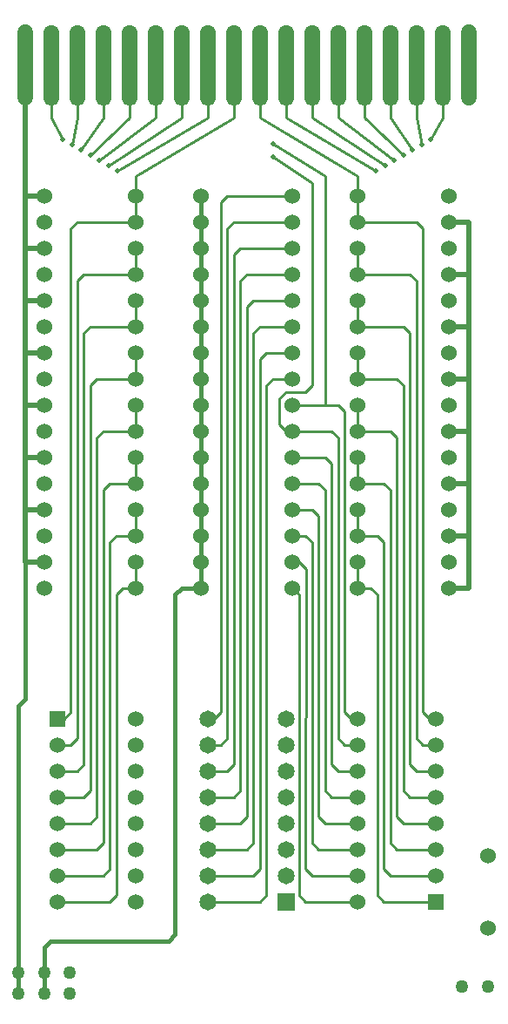
<source format=gbl>
%FSTAX24Y24*%
%MOIN*%
%IN ucard16.gbl *%
%ADD10C,0.0100*%
%ADD11C,0.0150*%
%ADD12C,0.0200*%
%ADD13C,0.0500*%
%ADD14C,0.0600*%
%ADD15C,0.0650*%
%ADD16O,0.0600X0.3100*%
%ADD17R,0.0600X0.0600*%
%ADD18R,0.0650X0.0650*%
D12*X010982Y033105D03*D14*X011732Y022605D03*X014232Y010605D03*
X011732Y031605D03*D15*X008482Y011605D03*D12*X014932Y032555D03*D16*
X011482Y036605D03*D12*X015282Y032755D03*D16*X012482Y036605D03*D12*
X015632Y032955D03*D16*X013482Y036605D03*D12*X017032Y033755D03*D16*
X017482Y036605D03*D12*X016682Y033555D03*D16*X016482Y036605D03*D12*
X016332Y033355D03*D16*X015482Y036605D03*D12*X015982Y033155D03*D16*
X014482Y036605D03*D12*X005032Y032555D03*D16*X008482Y036605D03*D12*
X004682Y032755D03*D16*X007482Y036605D03*D12*X004332Y032955D03*D16*
X006482Y036605D03*D12*X003982Y033155D03*D16*X005482Y036605D03*D12*
X003632Y033355D03*D16*X004482Y036605D03*D12*X003282Y033555D03*D16*
X003482Y036605D03*D12*X002932Y033755D03*D16*X002482Y036605D03*
X009482D03*D14*X005732Y031605D03*Y030605D03*D17*X002732Y011605D03*D14*
X017732Y017605D03*X002232Y018605D03*Y020605D03*D18*X011482Y004605D03*
D15*X008482Y010605D03*D14*X011732Y030605D03*D15*X008482Y009605D03*D14*
X011732Y029605D03*D15*X008482Y008605D03*D14*X011732Y028605D03*D15*
X008482Y007605D03*D14*X011732Y027605D03*D15*X008482Y006605D03*D14*
X011732Y026605D03*D15*X008482Y005605D03*D14*X011732Y025605D03*D15*
X011482Y005605D03*Y006605D03*Y007605D03*Y008605D03*Y009605D03*
Y010605D03*Y011605D03*D14*X002232Y016605D03*X011732Y024605D03*D15*
X008482Y004605D03*D12*X018482Y035355D03*D13*X018232Y001361D03*
X019216D03*D17*X017232Y004605D03*D14*X014232Y016605D03*Y017605D03*
Y009605D03*X011732Y021605D03*X014232Y008605D03*X011732Y020605D03*
X014232Y007605D03*X011732Y019605D03*X014232Y006605D03*
X011732Y018605D03*X014232Y005605D03*X011732Y017605D03*
X014232Y004605D03*X011732Y016605D03*X017232Y005605D03*
X014232Y018605D03*Y019605D03*X017232Y006605D03*X014232Y020605D03*
Y021605D03*X017232Y007605D03*X014232Y022605D03*Y023605D03*
X017232Y008605D03*X014232Y024605D03*Y025605D03*X017232Y011605D03*
X014232Y030605D03*Y031605D03*D16*X010482Y036605D03*D14*
X014232Y011605D03*D12*X010982Y033605D03*D14*X011732Y023605D03*
X005732Y005605D03*Y006605D03*Y007605D03*Y008605D03*Y009605D03*
Y010605D03*Y011605D03*X002732Y008605D03*X005732Y024605D03*Y025605D03*
X002732Y005605D03*X005732Y018605D03*Y019605D03*X002732Y004605D03*
X005732Y016605D03*Y017605D03*Y004605D03*X017732Y028605D03*Y026605D03*
Y022605D03*Y018605D03*Y016605D03*Y020605D03*Y024605D03*Y030605D03*
X005732Y023605D03*Y022605D03*X002732Y007605D03*X005732Y027605D03*
Y026605D03*X002732Y009605D03*X002232Y026605D03*X019232Y003599D03*
Y006355D03*X017732Y031605D03*Y019605D03*Y023605D03*X002232Y017605D03*
D13*X001232Y001893D03*Y001105D03*D12*X001482Y035355D03*D14*
X002232Y031605D03*Y029605D03*Y027605D03*Y025605D03*Y023605D03*
Y021605D03*Y019605D03*X017732Y027605D03*X014232D03*Y026605D03*
X017232Y009605D03*X002232Y022605D03*X017732Y021605D03*
X002232Y028605D03*Y024605D03*X017732Y029605D03*X014232D03*Y028605D03*
X017232Y010605D03*X017732Y025605D03*X002232Y030605D03*
X005732Y029605D03*Y028605D03*X002732Y010605D03*X005732Y021605D03*
Y020605D03*X002732Y006605D03*D13*X0032Y001893D03*Y001105D03*X002216D03*
Y001893D03*D14*X008232Y016605D03*Y017605D03*Y018605D03*Y019605D03*
Y020605D03*Y021605D03*Y022605D03*Y023605D03*Y024605D03*Y025605D03*
Y026605D03*Y027605D03*Y028605D03*Y029605D03*Y030605D03*Y031605D03*D10*
X010982Y033105D02*G01X012482Y032105D01*Y024355D01*X012232Y024105D01*
X011482D01*X011232Y023855D01*Y022855D01*X011482Y022605D01*X011732D01*
X013232D01*X013482Y022355D01*Y010855D01*X013732Y010605D01*
X014232Y010605D01*X011732Y031605D02*X009232D01*X008982Y031355D01*
Y011855D01*X008732Y011605D01*X008482D01*X014932Y032555D02*
X011482Y034605D01*Y036605D01*X015282Y032755D02*X012482Y034605D01*
Y036605D01*X015632Y032955D02*X013482Y034605D01*Y036605D01*
X017032Y033755D02*X017482Y034605D01*Y036605D01*X016682Y033555D02*
X016482Y034605D01*Y036605D01*X016332Y033355D02*X015482Y034605D01*
Y036605D01*X015982Y033155D02*X014482Y034605D01*Y036605D01*
X005032Y032555D02*X008482Y034605D01*Y036605D01*X004682Y032755D02*
X007482Y034605D01*Y036605D01*X004332Y032955D02*X006482Y034605D01*
Y036605D01*X003982Y033155D02*X005482Y034605D01*Y036605D01*
X003632Y033355D02*X004482Y034605D01*Y036605D01*X003282Y033555D02*
X003482Y034605D01*Y036605D01*X002932Y033755D02*X002482Y034605D01*
Y036605D01*X009482D02*Y034605D01*X005732Y032355D01*Y031605D01*
Y030605D01*X003482D01*X003232Y030355D01*Y011855D01*X002982Y011605D01*
X002732D01*X008482Y010605D02*X008982D01*X009232Y010855D01*Y030355D01*
X009482Y030605D01*X011732D01*X008482Y009605D02*X009232D01*
X009482Y009855D01*Y029355D01*X009732Y029605D01*X011732D01*
X008482Y008605D02*X009482D01*X009732Y008855D01*Y028355D01*
X009982Y028605D01*X011732D01*X008482Y007605D02*X009732D01*
X009982Y007855D01*Y027355D01*X010232Y027605D01*X011732D01*
X008482Y006605D02*X009982D01*X010232Y006855D01*Y026355D01*
X010482Y026605D01*X011732D01*X008482Y005605D02*X010232D01*
X010482Y005855D01*Y025355D01*X010732Y025605D01*X011732D01*Y024605D02*
X010982D01*X010732Y024355D01*Y004855D01*X010482Y004605D01*X008482D01*
X017232Y004605D02*X015232D01*X014982Y004855D01*X014982Y016355D01*
X014732Y016605D01*X014232Y016605D01*Y017605D01*Y009605D02*
X013482Y009605D01*X013232Y009855D01*Y021355D01*X012982Y021605D01*
X011732D01*X014232Y008605D02*X013232Y008605D01*X012982Y008855D01*
Y020355D01*X012732Y020605D01*X011732D01*X014232Y007605D02*
X012982Y007605D01*X012732Y007855D01*Y019355D01*X012482Y019605D01*
X011732D01*X014232Y006605D02*X012732Y006605D01*X012482Y006855D01*
Y018355D01*X012232Y018605D01*X011732D01*X014232Y005605D02*
X012482Y005605D01*X012232Y005855D01*X01225Y017337D01*X011982Y017605D01*
X011732D01*X014232Y004605D02*X012232Y004605D01*X011982Y004855D01*
Y016355D01*X011732Y016605D01*X017232Y005605D02*X015482D01*
X015232Y005855D01*X015232Y018355D01*X014982Y018605D01*
X014232Y018605D01*Y019605D01*X017232Y006605D02*X015732D01*
X015482Y006855D01*X015482Y020355D01*X015232Y020605D01*
X014232Y020605D01*Y021605D01*X017232Y007605D02*X015982D01*
X015732Y007855D01*X015732Y022355D01*X015482Y022605D01*
X014232Y022605D01*Y023605D01*X017232Y008605D02*X016232D01*
X015982Y008855D01*X015982Y024355D01*X015732Y024605D01*
X014232Y024605D01*Y025605D01*X017232Y011605D02*X016982D01*
X016732Y011855D01*X016732Y030355D01*X016482Y030605D01*
X014232Y030605D01*Y031605D01*Y032355D01*X010482Y034605D01*Y036605D01*
X014232Y011605D02*X013982Y011605D01*X013732Y011855D01*Y023355D01*
X013482Y023605D01*X012982D01*Y032355D01*X010982Y033605D01*
X012982Y023605D02*X011732D01*X002732Y008605D02*X003732D01*
X003982Y008855D01*Y024355D01*X004232Y024605D01*X005732D01*Y025605D01*
X002732Y005605D02*X004482D01*X004732Y005855D01*Y018355D01*
X004982Y018605D01*X005732D01*Y019605D01*X002732Y004605D02*X004732D01*
X004982Y004855D01*Y016355D01*X005232Y016605D01*X005732D01*Y017605D01*
D12*X017732Y028605D02*X018482Y028605D01*Y026605D01*X017732Y026605D01*
X018482Y026605D02*Y024605D01*Y022605D01*X017732Y022605D01*
X018482Y022605D02*Y020605D01*Y018605D01*X017732Y018605D01*
X018482Y018605D02*Y016605D01*X017732Y016605D01*X018482Y020605D02*
X017732Y020605D01*X018482Y024605D02*X017732Y024605D01*
X018482Y028605D02*Y030605D01*X017732Y030605D01*D10*X005732Y023605D02*
Y022605D01*X004482D01*X004232Y022355D01*Y007855D01*X003982Y007605D01*
X002732D01*X005732Y027605D02*Y026605D01*X003982D01*X003732Y026355D01*
Y009855D01*X003482Y009605D01*X002732D01*D12*X002232Y017605D02*
X001482Y017605D01*D11*Y012355D01*X001232Y012105D01*Y001893D01*
Y001105D01*D12*X001482Y017605D02*Y019605D01*Y021605D01*Y023605D01*
Y025605D01*Y027605D01*Y029605D01*Y031605D01*Y035355D01*Y031605D02*
X002232D01*X001482Y029605D02*X002232D01*X001482Y027605D02*X002232D01*
X001482Y025605D02*X002232D01*X001482Y023605D02*X002232Y023605D01*
X001482Y021605D02*X002232Y021605D01*X001482Y019605D02*X002232D01*D10*
X014232Y027605D02*Y026605D01*X015982Y026605D01*X016232Y026355D01*
X016232Y009855D01*X016482Y009605D01*X017232D01*X014232Y029605D02*
Y028605D01*X016232Y028605D01*X016482Y028355D01*X016482Y010855D01*
X016732Y010605D01*X017232D01*X005732Y029605D02*Y028605D01*X003732D01*
X003482Y028355D01*Y010855D01*X003232Y010605D01*X002732D01*
X005732Y021605D02*Y020605D01*X004732D01*X004482Y020355D01*Y006855D01*
X004232Y006605D01*X002732D01*D11*X002216Y001105D02*Y001893D01*
Y002855D01*X002466Y003105D01*X006982D01*X007232Y003355D01*Y016355D01*
X007482Y016605D01*X008232D01*Y017605D01*Y018605D01*Y019605D01*
Y020605D01*Y021605D01*Y022605D01*Y023605D01*Y024605D01*Y025605D01*
Y026605D01*Y027605D01*Y028605D01*Y029605D01*Y030605D01*Y031605D01*D14*
X018482Y037855D02*Y035355D01*X001482Y037855D02*Y035355D01*
M02*
</source>
